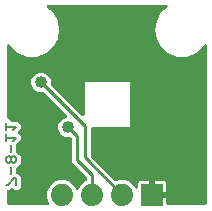
<source format=gbr>
G04 EAGLE Gerber RS-274X export*
G75*
%MOMM*%
%FSLAX34Y34*%
%LPD*%
%INBottom Copper*%
%IPPOS*%
%AMOC8*
5,1,8,0,0,1.08239X$1,22.5*%
G01*
%ADD10C,0.152400*%
%ADD11R,1.879600X1.879600*%
%ADD12C,1.879600*%
%ADD13C,0.254000*%
%ADD14C,1.016000*%

G36*
X38898Y173477D02*
X38898Y173477D01*
X38863Y173479D01*
X38741Y173457D01*
X38618Y173441D01*
X38585Y173428D01*
X38550Y173422D01*
X38437Y173370D01*
X38322Y173324D01*
X38294Y173304D01*
X38261Y173289D01*
X38165Y173210D01*
X38065Y173138D01*
X38042Y173110D01*
X38015Y173088D01*
X37941Y172988D01*
X37862Y172893D01*
X37847Y172861D01*
X37826Y172832D01*
X37779Y172717D01*
X37726Y172605D01*
X37720Y172570D01*
X37707Y172537D01*
X37690Y172414D01*
X37667Y172293D01*
X37669Y172257D01*
X37664Y172222D01*
X37679Y172099D01*
X37686Y171975D01*
X37697Y171941D01*
X37702Y171906D01*
X37746Y171791D01*
X37784Y171673D01*
X37803Y171643D01*
X37816Y171610D01*
X37888Y171509D01*
X37955Y171404D01*
X37980Y171380D01*
X38001Y171351D01*
X38118Y171240D01*
X42985Y167156D01*
X46971Y160251D01*
X48355Y152400D01*
X46971Y144549D01*
X42985Y137645D01*
X36878Y132520D01*
X29386Y129793D01*
X21414Y129793D01*
X13922Y132520D01*
X7815Y137644D01*
X6687Y139598D01*
X6599Y139714D01*
X6514Y139832D01*
X6503Y139841D01*
X6495Y139851D01*
X6381Y139942D01*
X6269Y140035D01*
X6256Y140041D01*
X6246Y140049D01*
X6112Y140109D01*
X5981Y140170D01*
X5968Y140173D01*
X5955Y140178D01*
X5811Y140203D01*
X5668Y140230D01*
X5655Y140229D01*
X5642Y140232D01*
X5496Y140219D01*
X5351Y140210D01*
X5338Y140206D01*
X5325Y140205D01*
X5187Y140157D01*
X5049Y140112D01*
X5037Y140105D01*
X5024Y140101D01*
X4903Y140020D01*
X4780Y139942D01*
X4771Y139932D01*
X4759Y139925D01*
X4662Y139817D01*
X4562Y139711D01*
X4555Y139699D01*
X4546Y139689D01*
X4479Y139560D01*
X4408Y139432D01*
X4405Y139419D01*
X4399Y139407D01*
X4365Y139265D01*
X4329Y139124D01*
X4328Y139106D01*
X4326Y139098D01*
X4326Y139080D01*
X4319Y138963D01*
X4319Y78267D01*
X4331Y78169D01*
X4334Y78070D01*
X4351Y78012D01*
X4359Y77952D01*
X4395Y77860D01*
X4423Y77765D01*
X4453Y77712D01*
X4476Y77656D01*
X4534Y77576D01*
X4584Y77491D01*
X4650Y77415D01*
X4662Y77399D01*
X4672Y77391D01*
X4690Y77370D01*
X7390Y74670D01*
X7468Y74610D01*
X7540Y74542D01*
X7593Y74513D01*
X7641Y74475D01*
X7732Y74436D01*
X7819Y74388D01*
X7877Y74373D01*
X7933Y74349D01*
X8031Y74334D01*
X8127Y74309D01*
X8227Y74302D01*
X8247Y74299D01*
X8259Y74300D01*
X8287Y74299D01*
X13524Y74299D01*
X15756Y72066D01*
X15756Y68909D01*
X13554Y66708D01*
X13481Y66614D01*
X13403Y66524D01*
X13384Y66489D01*
X13360Y66457D01*
X13312Y66347D01*
X13258Y66241D01*
X13249Y66202D01*
X13233Y66165D01*
X13214Y66047D01*
X13188Y65931D01*
X13190Y65891D01*
X13183Y65851D01*
X13194Y65732D01*
X13198Y65613D01*
X13209Y65574D01*
X13213Y65534D01*
X13253Y65422D01*
X13287Y65308D01*
X13307Y65273D01*
X13321Y65235D01*
X13388Y65136D01*
X13448Y65034D01*
X13488Y64988D01*
X13499Y64972D01*
X13515Y64958D01*
X13554Y64913D01*
X15756Y62711D01*
X15756Y59554D01*
X11806Y55604D01*
X11745Y55526D01*
X11678Y55454D01*
X11648Y55401D01*
X11611Y55353D01*
X11572Y55262D01*
X11524Y55175D01*
X11509Y55117D01*
X11485Y55061D01*
X11469Y54963D01*
X11445Y54868D01*
X11438Y54767D01*
X11435Y54747D01*
X11436Y54735D01*
X11434Y54707D01*
X11434Y50289D01*
X11447Y50191D01*
X11450Y50092D01*
X11467Y50033D01*
X11474Y49973D01*
X11511Y49881D01*
X11538Y49786D01*
X11569Y49734D01*
X11591Y49678D01*
X11650Y49597D01*
X11700Y49512D01*
X11766Y49437D01*
X11778Y49420D01*
X11788Y49412D01*
X11806Y49391D01*
X14687Y46510D01*
X15756Y45441D01*
X15756Y39403D01*
X14687Y38335D01*
X14687Y38334D01*
X11806Y35453D01*
X11745Y35375D01*
X11678Y35303D01*
X11648Y35250D01*
X11611Y35202D01*
X11572Y35111D01*
X11524Y35025D01*
X11509Y34966D01*
X11485Y34910D01*
X11469Y34812D01*
X11445Y34717D01*
X11438Y34617D01*
X11435Y34596D01*
X11436Y34584D01*
X11434Y34556D01*
X11434Y31673D01*
X11449Y31555D01*
X11457Y31436D01*
X11469Y31398D01*
X11474Y31358D01*
X11518Y31247D01*
X11555Y31134D01*
X11576Y31099D01*
X11591Y31062D01*
X11661Y30966D01*
X11725Y30865D01*
X11754Y30837D01*
X11778Y30805D01*
X11870Y30729D01*
X11957Y30647D01*
X11992Y30628D01*
X12023Y30602D01*
X12131Y30551D01*
X12235Y30494D01*
X12274Y30483D01*
X12311Y30466D01*
X12428Y30444D01*
X12543Y30414D01*
X12603Y30410D01*
X12623Y30406D01*
X12643Y30408D01*
X12704Y30404D01*
X13524Y30404D01*
X15756Y28172D01*
X15756Y19252D01*
X13524Y17020D01*
X10367Y17020D01*
X9241Y18146D01*
X9147Y18219D01*
X9058Y18297D01*
X9022Y18316D01*
X8990Y18340D01*
X8881Y18388D01*
X8775Y18442D01*
X8735Y18451D01*
X8698Y18467D01*
X8581Y18486D01*
X8465Y18512D01*
X8424Y18510D01*
X8384Y18517D01*
X8266Y18506D01*
X8147Y18502D01*
X8108Y18491D01*
X8068Y18487D01*
X7955Y18447D01*
X7841Y18414D01*
X7806Y18393D01*
X7768Y18379D01*
X7670Y18312D01*
X7567Y18252D01*
X7522Y18212D01*
X7505Y18201D01*
X7492Y18185D01*
X7446Y18146D01*
X6321Y17020D01*
X5588Y17020D01*
X5470Y17005D01*
X5351Y16998D01*
X5313Y16985D01*
X5272Y16980D01*
X5162Y16936D01*
X5049Y16900D01*
X5014Y16878D01*
X4977Y16863D01*
X4881Y16793D01*
X4780Y16730D01*
X4752Y16700D01*
X4719Y16676D01*
X4643Y16585D01*
X4562Y16498D01*
X4542Y16463D01*
X4517Y16431D01*
X4466Y16324D01*
X4408Y16219D01*
X4398Y16180D01*
X4381Y16144D01*
X4359Y16027D01*
X4329Y15912D01*
X4325Y15851D01*
X4321Y15831D01*
X4322Y15825D01*
X4321Y15822D01*
X4322Y15807D01*
X4319Y15751D01*
X4319Y5588D01*
X4334Y5470D01*
X4341Y5351D01*
X4354Y5313D01*
X4359Y5272D01*
X4402Y5162D01*
X4439Y5049D01*
X4461Y5014D01*
X4476Y4977D01*
X4545Y4881D01*
X4609Y4780D01*
X4639Y4752D01*
X4662Y4719D01*
X4754Y4643D01*
X4841Y4562D01*
X4876Y4542D01*
X4907Y4517D01*
X5015Y4466D01*
X5119Y4408D01*
X5159Y4398D01*
X5195Y4381D01*
X5312Y4359D01*
X5427Y4329D01*
X5487Y4325D01*
X5507Y4321D01*
X5528Y4323D01*
X5588Y4319D01*
X38900Y4319D01*
X38949Y4325D01*
X38999Y4323D01*
X39106Y4345D01*
X39215Y4359D01*
X39261Y4377D01*
X39310Y4387D01*
X39409Y4435D01*
X39511Y4476D01*
X39551Y4505D01*
X39596Y4527D01*
X39680Y4598D01*
X39768Y4662D01*
X39800Y4701D01*
X39838Y4733D01*
X39901Y4823D01*
X39971Y4907D01*
X39992Y4952D01*
X40021Y4993D01*
X40060Y5096D01*
X40107Y5195D01*
X40116Y5244D01*
X40134Y5290D01*
X40146Y5400D01*
X40167Y5507D01*
X40163Y5557D01*
X40169Y5606D01*
X40154Y5715D01*
X40147Y5825D01*
X40131Y5872D01*
X40125Y5921D01*
X40072Y6074D01*
X38353Y10224D01*
X38353Y15176D01*
X40248Y19750D01*
X43750Y23252D01*
X48324Y25147D01*
X53276Y25147D01*
X57850Y23252D01*
X61352Y19750D01*
X62327Y17395D01*
X62396Y17275D01*
X62461Y17152D01*
X62475Y17137D01*
X62485Y17119D01*
X62582Y17019D01*
X62675Y16916D01*
X62692Y16905D01*
X62706Y16891D01*
X62825Y16818D01*
X62941Y16742D01*
X62960Y16735D01*
X62977Y16724D01*
X63110Y16683D01*
X63242Y16638D01*
X63262Y16637D01*
X63281Y16631D01*
X63420Y16624D01*
X63559Y16613D01*
X63579Y16617D01*
X63599Y16616D01*
X63735Y16644D01*
X63872Y16668D01*
X63891Y16676D01*
X63910Y16680D01*
X64036Y16741D01*
X64162Y16798D01*
X64178Y16811D01*
X64196Y16820D01*
X64302Y16910D01*
X64410Y16997D01*
X64423Y17013D01*
X64438Y17026D01*
X64518Y17140D01*
X64602Y17251D01*
X64614Y17276D01*
X64621Y17286D01*
X64628Y17305D01*
X64673Y17395D01*
X65648Y19751D01*
X69150Y23252D01*
X71098Y24059D01*
X71123Y24073D01*
X71151Y24083D01*
X71261Y24152D01*
X71374Y24216D01*
X71395Y24237D01*
X71420Y24253D01*
X71509Y24347D01*
X71602Y24438D01*
X71618Y24463D01*
X71638Y24484D01*
X71701Y24598D01*
X71769Y24709D01*
X71777Y24737D01*
X71792Y24763D01*
X71824Y24889D01*
X71862Y25013D01*
X71864Y25042D01*
X71871Y25071D01*
X71881Y25231D01*
X71881Y26895D01*
X71869Y26994D01*
X71866Y27093D01*
X71849Y27151D01*
X71841Y27211D01*
X71805Y27303D01*
X71777Y27398D01*
X71747Y27450D01*
X71724Y27507D01*
X71666Y27587D01*
X71616Y27672D01*
X71550Y27747D01*
X71538Y27764D01*
X71528Y27772D01*
X71510Y27793D01*
X59181Y40121D01*
X59181Y59915D01*
X59169Y60014D01*
X59166Y60113D01*
X59149Y60171D01*
X59141Y60231D01*
X59105Y60323D01*
X59077Y60418D01*
X59047Y60470D01*
X59024Y60527D01*
X58966Y60607D01*
X58916Y60692D01*
X58850Y60767D01*
X58838Y60784D01*
X58828Y60792D01*
X58810Y60813D01*
X58273Y61350D01*
X58195Y61410D01*
X58122Y61478D01*
X58069Y61507D01*
X58022Y61544D01*
X57931Y61584D01*
X57844Y61632D01*
X57785Y61647D01*
X57730Y61671D01*
X57632Y61686D01*
X57536Y61711D01*
X57436Y61717D01*
X57416Y61721D01*
X57403Y61719D01*
X57375Y61721D01*
X54263Y61721D01*
X51275Y62959D01*
X48989Y65245D01*
X47751Y68233D01*
X47751Y71467D01*
X48989Y74455D01*
X51275Y76741D01*
X54361Y78019D01*
X54404Y78044D01*
X54451Y78061D01*
X54542Y78123D01*
X54637Y78177D01*
X54673Y78211D01*
X54714Y78239D01*
X54787Y78322D01*
X54866Y78398D01*
X54892Y78441D01*
X54925Y78478D01*
X54975Y78576D01*
X55032Y78669D01*
X55047Y78717D01*
X55069Y78761D01*
X55093Y78868D01*
X55126Y78973D01*
X55128Y79023D01*
X55139Y79071D01*
X55136Y79181D01*
X55141Y79291D01*
X55131Y79339D01*
X55129Y79389D01*
X55099Y79495D01*
X55077Y79602D01*
X55055Y79647D01*
X55041Y79695D01*
X54985Y79789D01*
X54937Y79888D01*
X54905Y79926D01*
X54879Y79969D01*
X54844Y80008D01*
X54842Y80013D01*
X54836Y80018D01*
X54773Y80089D01*
X35413Y99450D01*
X35335Y99510D01*
X35262Y99578D01*
X35209Y99607D01*
X35162Y99644D01*
X35071Y99684D01*
X34984Y99732D01*
X34925Y99747D01*
X34870Y99771D01*
X34772Y99786D01*
X34676Y99811D01*
X34576Y99817D01*
X34556Y99821D01*
X34543Y99819D01*
X34515Y99821D01*
X31403Y99821D01*
X28415Y101059D01*
X26129Y103345D01*
X24891Y106333D01*
X24891Y109567D01*
X26129Y112555D01*
X28415Y114841D01*
X31403Y116079D01*
X34637Y116079D01*
X37625Y114841D01*
X39911Y112555D01*
X41149Y109567D01*
X41149Y106455D01*
X41161Y106356D01*
X41164Y106257D01*
X41181Y106199D01*
X41189Y106139D01*
X41225Y106047D01*
X41253Y105952D01*
X41283Y105900D01*
X41306Y105843D01*
X41364Y105763D01*
X41414Y105678D01*
X41480Y105603D01*
X41492Y105586D01*
X41502Y105578D01*
X41520Y105557D01*
X67683Y79395D01*
X67792Y79310D01*
X67899Y79221D01*
X67918Y79213D01*
X67934Y79200D01*
X68062Y79145D01*
X68187Y79086D01*
X68207Y79082D01*
X68226Y79074D01*
X68364Y79052D01*
X68500Y79026D01*
X68520Y79027D01*
X68540Y79024D01*
X68679Y79037D01*
X68817Y79046D01*
X68836Y79052D01*
X68856Y79054D01*
X68988Y79101D01*
X69119Y79144D01*
X69137Y79155D01*
X69156Y79161D01*
X69271Y79239D01*
X69388Y79314D01*
X69402Y79329D01*
X69419Y79340D01*
X69511Y79444D01*
X69606Y79545D01*
X69616Y79563D01*
X69629Y79578D01*
X69693Y79702D01*
X69760Y79824D01*
X69765Y79844D01*
X69774Y79862D01*
X69804Y79997D01*
X69839Y80132D01*
X69841Y80160D01*
X69844Y80172D01*
X69843Y80192D01*
X69849Y80293D01*
X69849Y107951D01*
X107951Y107951D01*
X107951Y69849D01*
X76200Y69849D01*
X76082Y69834D01*
X75963Y69827D01*
X75925Y69814D01*
X75884Y69809D01*
X75774Y69766D01*
X75661Y69729D01*
X75626Y69707D01*
X75589Y69692D01*
X75493Y69623D01*
X75392Y69559D01*
X75364Y69529D01*
X75331Y69506D01*
X75256Y69414D01*
X75174Y69327D01*
X75154Y69292D01*
X75129Y69261D01*
X75078Y69153D01*
X75020Y69049D01*
X75010Y69009D01*
X74993Y68973D01*
X74971Y68856D01*
X74941Y68741D01*
X74937Y68681D01*
X74933Y68661D01*
X74935Y68640D01*
X74934Y68632D01*
X74933Y68628D01*
X74934Y68624D01*
X74931Y68580D01*
X74931Y46003D01*
X74943Y45904D01*
X74946Y45805D01*
X74963Y45747D01*
X74971Y45687D01*
X75007Y45595D01*
X75035Y45500D01*
X75065Y45448D01*
X75088Y45391D01*
X75146Y45311D01*
X75196Y45226D01*
X75262Y45151D01*
X75274Y45134D01*
X75284Y45126D01*
X75303Y45105D01*
X95793Y24615D01*
X95816Y24597D01*
X95835Y24574D01*
X95941Y24499D01*
X96044Y24420D01*
X96071Y24408D01*
X96095Y24391D01*
X96217Y24345D01*
X96336Y24294D01*
X96365Y24289D01*
X96393Y24279D01*
X96522Y24264D01*
X96650Y24244D01*
X96679Y24247D01*
X96709Y24243D01*
X96837Y24261D01*
X96967Y24274D01*
X96994Y24284D01*
X97024Y24288D01*
X97176Y24340D01*
X99124Y25147D01*
X104076Y25147D01*
X108650Y23252D01*
X112152Y19750D01*
X112619Y18622D01*
X112654Y18561D01*
X112680Y18496D01*
X112732Y18424D01*
X112777Y18345D01*
X112825Y18295D01*
X112866Y18239D01*
X112936Y18182D01*
X112998Y18117D01*
X113058Y18081D01*
X113111Y18036D01*
X113193Y17998D01*
X113269Y17951D01*
X113336Y17930D01*
X113399Y17901D01*
X113487Y17884D01*
X113573Y17857D01*
X113643Y17854D01*
X113712Y17841D01*
X113801Y17846D01*
X113891Y17842D01*
X113959Y17856D01*
X114029Y17861D01*
X114114Y17888D01*
X114202Y17906D01*
X114265Y17937D01*
X114331Y17959D01*
X114407Y18007D01*
X114488Y18046D01*
X114541Y18091D01*
X114600Y18129D01*
X114662Y18194D01*
X114730Y18252D01*
X114770Y18309D01*
X114818Y18360D01*
X114861Y18439D01*
X114913Y18512D01*
X114938Y18578D01*
X114972Y18639D01*
X114994Y18726D01*
X115026Y18810D01*
X115034Y18879D01*
X115051Y18947D01*
X115061Y19107D01*
X115061Y22432D01*
X115234Y23079D01*
X115569Y23658D01*
X116042Y24131D01*
X116621Y24466D01*
X117268Y24639D01*
X124461Y24639D01*
X124461Y13970D01*
X124476Y13852D01*
X124483Y13733D01*
X124496Y13695D01*
X124501Y13655D01*
X124544Y13544D01*
X124581Y13431D01*
X124603Y13397D01*
X124618Y13359D01*
X124688Y13263D01*
X124751Y13162D01*
X124781Y13134D01*
X124804Y13102D01*
X124896Y13026D01*
X124983Y12944D01*
X125018Y12925D01*
X125049Y12899D01*
X125157Y12848D01*
X125261Y12791D01*
X125301Y12780D01*
X125337Y12763D01*
X125454Y12741D01*
X125569Y12711D01*
X125630Y12707D01*
X125650Y12703D01*
X125670Y12705D01*
X125730Y12701D01*
X127001Y12701D01*
X127001Y11430D01*
X127016Y11312D01*
X127023Y11193D01*
X127036Y11155D01*
X127041Y11114D01*
X127085Y11004D01*
X127121Y10891D01*
X127143Y10856D01*
X127158Y10819D01*
X127228Y10723D01*
X127291Y10622D01*
X127321Y10594D01*
X127345Y10561D01*
X127436Y10486D01*
X127523Y10404D01*
X127558Y10384D01*
X127590Y10359D01*
X127697Y10308D01*
X127802Y10250D01*
X127841Y10240D01*
X127877Y10223D01*
X127994Y10201D01*
X128109Y10171D01*
X128170Y10167D01*
X128190Y10163D01*
X128210Y10165D01*
X128270Y10161D01*
X138939Y10161D01*
X138939Y5588D01*
X138954Y5470D01*
X138961Y5351D01*
X138974Y5313D01*
X138979Y5272D01*
X139022Y5162D01*
X139059Y5049D01*
X139081Y5014D01*
X139096Y4977D01*
X139165Y4881D01*
X139229Y4780D01*
X139259Y4752D01*
X139282Y4719D01*
X139374Y4643D01*
X139461Y4562D01*
X139496Y4542D01*
X139527Y4517D01*
X139635Y4466D01*
X139739Y4408D01*
X139779Y4398D01*
X139815Y4381D01*
X139932Y4359D01*
X140047Y4329D01*
X140107Y4325D01*
X140127Y4321D01*
X140148Y4323D01*
X140208Y4319D01*
X172018Y4319D01*
X172136Y4334D01*
X172254Y4341D01*
X172293Y4353D01*
X172334Y4359D01*
X172444Y4402D01*
X172556Y4438D01*
X172591Y4460D01*
X172630Y4476D01*
X172725Y4545D01*
X172825Y4608D01*
X172854Y4638D01*
X172887Y4662D01*
X172962Y4754D01*
X173044Y4840D01*
X173063Y4876D01*
X173090Y4907D01*
X173140Y5015D01*
X173197Y5118D01*
X173208Y5158D01*
X173225Y5195D01*
X173247Y5311D01*
X173277Y5426D01*
X173281Y5487D01*
X173285Y5507D01*
X173284Y5528D01*
X173288Y5587D01*
X173437Y138886D01*
X173419Y139031D01*
X173419Y139035D01*
X173415Y139096D01*
X173411Y139108D01*
X173404Y139177D01*
X173400Y139189D01*
X173398Y139202D01*
X173345Y139337D01*
X173293Y139475D01*
X173286Y139486D01*
X173281Y139498D01*
X173196Y139616D01*
X173112Y139736D01*
X173102Y139745D01*
X173095Y139755D01*
X172983Y139848D01*
X172871Y139944D01*
X172860Y139950D01*
X172850Y139958D01*
X172718Y140020D01*
X172587Y140086D01*
X172574Y140089D01*
X172562Y140094D01*
X172419Y140122D01*
X172276Y140152D01*
X172263Y140152D01*
X172250Y140154D01*
X172105Y140145D01*
X171958Y140139D01*
X171945Y140136D01*
X171933Y140135D01*
X171794Y140090D01*
X171653Y140048D01*
X171642Y140041D01*
X171630Y140037D01*
X171507Y139959D01*
X171381Y139883D01*
X171372Y139874D01*
X171361Y139867D01*
X171284Y139785D01*
X171283Y139785D01*
X171282Y139784D01*
X171261Y139761D01*
X171158Y139656D01*
X171149Y139642D01*
X171143Y139636D01*
X171135Y139621D01*
X171082Y139541D01*
X171080Y139540D01*
X171080Y139539D01*
X171069Y139522D01*
X169985Y137645D01*
X163878Y132520D01*
X156386Y129793D01*
X148414Y129793D01*
X140922Y132520D01*
X134815Y137644D01*
X130829Y144549D01*
X129445Y152400D01*
X130829Y160251D01*
X134815Y167155D01*
X139682Y171240D01*
X139706Y171266D01*
X139735Y171286D01*
X139814Y171382D01*
X139899Y171473D01*
X139915Y171504D01*
X139938Y171531D01*
X139991Y171644D01*
X140050Y171753D01*
X140058Y171787D01*
X140074Y171819D01*
X140097Y171940D01*
X140127Y172061D01*
X140127Y172097D01*
X140133Y172132D01*
X140126Y172255D01*
X140125Y172379D01*
X140116Y172414D01*
X140114Y172449D01*
X140075Y172567D01*
X140044Y172687D01*
X140026Y172718D01*
X140016Y172751D01*
X139949Y172856D01*
X139889Y172965D01*
X139864Y172990D01*
X139845Y173020D01*
X139755Y173105D01*
X139670Y173195D01*
X139640Y173214D01*
X139614Y173238D01*
X139505Y173298D01*
X139400Y173364D01*
X139366Y173375D01*
X139335Y173392D01*
X139215Y173423D01*
X139097Y173460D01*
X139062Y173462D01*
X139027Y173471D01*
X138867Y173481D01*
X38933Y173481D01*
X38898Y173477D01*
G37*
%LPC*%
G36*
X129539Y15239D02*
X129539Y15239D01*
X129539Y24639D01*
X136732Y24639D01*
X137379Y24466D01*
X137958Y24131D01*
X138431Y23658D01*
X138766Y23079D01*
X138939Y22432D01*
X138939Y15239D01*
X129539Y15239D01*
G37*
%LPD*%
D10*
X11945Y20831D02*
X11945Y26593D01*
X10505Y26593D01*
X4743Y20831D01*
X3302Y20831D01*
X7624Y30186D02*
X7624Y35948D01*
X10505Y39541D02*
X11945Y40982D01*
X11945Y43863D01*
X10505Y45303D01*
X9064Y45303D01*
X7624Y43863D01*
X6183Y45303D01*
X4743Y45303D01*
X3302Y43863D01*
X3302Y40982D01*
X4743Y39541D01*
X6183Y39541D01*
X7624Y40982D01*
X9064Y39541D01*
X10505Y39541D01*
X7624Y40982D02*
X7624Y43863D01*
X7624Y48896D02*
X7624Y54659D01*
X9064Y58252D02*
X11945Y61133D01*
X3302Y61133D01*
X3302Y58252D02*
X3302Y64014D01*
X9064Y67607D02*
X11945Y70488D01*
X3302Y70488D01*
X3302Y67607D02*
X3302Y73369D01*
D11*
X127000Y12700D03*
D12*
X101600Y12700D03*
X76200Y12700D03*
X50800Y12700D03*
D13*
X69850Y71120D02*
X33020Y107950D01*
X69850Y71120D02*
X69850Y44450D01*
X101600Y12700D01*
D14*
X33020Y107950D03*
D13*
X63500Y62230D02*
X63500Y41910D01*
X63500Y62230D02*
X55880Y69850D01*
X76200Y29210D02*
X76200Y12700D01*
X76200Y29210D02*
X63500Y41910D01*
D14*
X55880Y69850D03*
X115570Y116840D03*
M02*

</source>
